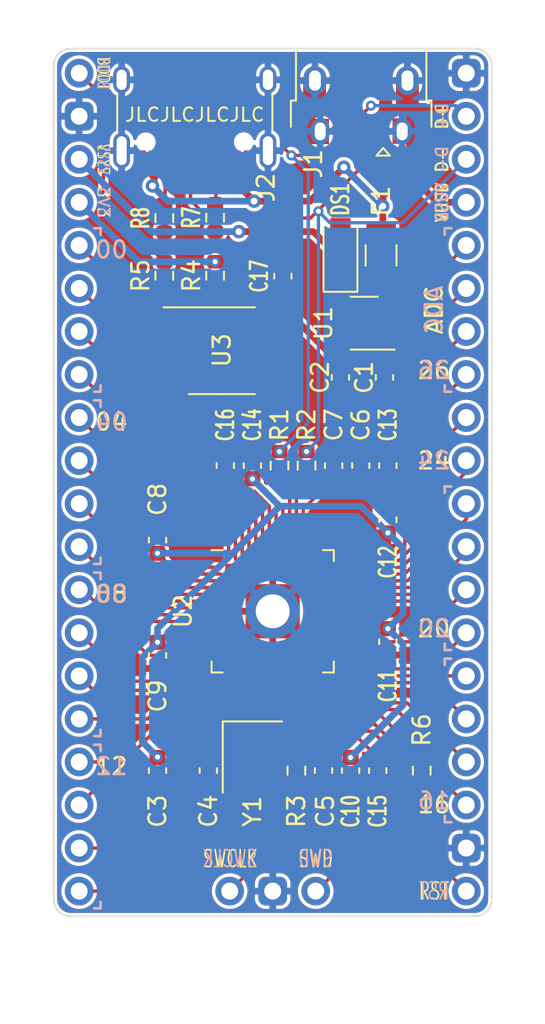
<source format=kicad_pcb>
(kicad_pcb (version 20211014) (generator pcbnew)
  (title_block (title "YUIOP2040") (date "2022-03-03") (rev "2") (company "KaoriYa"))
  (layers (0 "F.Cu" signal) (31 "B.Cu" signal) (34 "B.Paste" user) (35 "F.Paste" user) (36 "B.SilkS" user "B.Silkscreen") (37 "F.SilkS" user "F.Silkscreen") (38 "B.Mask" user) (39 "F.Mask" user) (44 "Edge.Cuts" user))
  (net 0 "")
  (net 1 "/VSYS")
  (net 2 "GND")
  (net 3 "+3V3")
  (net 4 "/XIN")
  (net 5 "Net-(C5-Pad2)")
  (net 6 "+1V1")
  (net 7 "Net-(DS1-Pad2)")
  (net 8 "/USB_VBUS")
  (net 9 "/USB_D-")
  (net 10 "/USB_D+")
  (net 12 "Net-(J2-PadA5)")
  (net 14 "Net-(J2-PadB5)")
  (net 16 "Net-(R1-Pad1)")
  (net 17 "Net-(R2-Pad1)")
  (net 18 "/XOUT")
  (net 19 "/QSPI_SS")
  (net 20 "/RUN")
  (net 22 "/GPIO0")
  (net 23 "/GPIO1")
  (net 24 "/GPIO2")
  (net 25 "/GPIO3")
  (net 26 "/GPIO4")
  (net 27 "/GPIO5")
  (net 28 "/GPIO6")
  (net 29 "/GPIO7")
  (net 30 "/GPIO8")
  (net 31 "/GPIO9")
  (net 32 "/GPIO10")
  (net 33 "/GPIO11")
  (net 34 "/GPIO12")
  (net 35 "/GPIO13")
  (net 36 "/GPIO14")
  (net 37 "/GPIO15")
  (net 38 "/SWCLK")
  (net 39 "/SWD")
  (net 40 "/GPIO16")
  (net 41 "/GPIO17")
  (net 42 "/GPIO18")
  (net 43 "/GPIO19")
  (net 44 "/GPIO20")
  (net 45 "/GPIO21")
  (net 46 "/GPIO22")
  (net 47 "/GPIO23")
  (net 48 "/GPIO24")
  (net 49 "/GPIO25")
  (net 50 "/GPIO26_ADC0")
  (net 51 "/GPIO27_ADC1")
  (net 52 "/GPIO28_ADC2")
  (net 53 "/GPIO29_ADC3")
  (net 54 "/QSPI_SD3")
  (net 55 "/QSPI_SCLK")
  (net 56 "/QSPI_SD0")
  (net 57 "/QSPI_SD2")
  (net 58 "/QSPI_SD1")
  (net 59 "/BOOTSEL")
  (net 60 "/RESET")
  (footprint "Resistor_SMD:R_0603_1608Metric" (layer "F.Cu") (at 141.4 98.2 90)
    (fp_text reference "R2")
    (fp_text value "27")
  )
  (footprint "RP2040_minimal:RP2040-QFN-56-r2" (layer "F.Cu") (at 139.4 106.8)
    (fp_text reference "U2")
    (fp_text value "RP2040")
  )
  (footprint "Connector_PinHeader_2.54mm:PinHeader_1x20_P2.54mm_Vertical" (layer "F.Cu") (at 150.83 123.31 180)
    (fp_text reference "J4" hide)
    (fp_text value "Conn_01x20")
  )
  (footprint "Capacitor_SMD:C_0603_1608Metric" (layer "F.Cu") (at 144 116.2 -90)
    (fp_text reference "C10")
    (fp_text value "100n")
  )
  (footprint "Capacitor_SMD:C_0603_1608Metric" (layer "F.Cu") (at 132.6 109.4 -90)
    (fp_text reference "C9")
    (fp_text value "100n")
  )
  (footprint "Capacitor_SMD:C_0603_1608Metric" (layer "F.Cu") (at 146.2 108.6 -90)
    (fp_text reference "C11")
    (fp_text value "100n")
  )
  (footprint "Resistor_SMD:R_0603_1608Metric" (layer "F.Cu") (at 139.8 98.2 90)
    (fp_text reference "R1")
    (fp_text value "27")
  )
  (footprint "Package_TO_SOT_SMD:SOT-23-5" (layer "F.Cu") (at 144.8 89.8 180)
    (fp_text reference "U1")
    (fp_text value "MIC5219-3.3YM5")
  )
  (footprint "Connector_PinHeader_2.54mm:PinHeader_1x03_P2.54mm_Vertical" (layer "F.Cu") (at 136.86 123.31 90)
    (fp_text reference "J5" hide)
    (fp_text value "Conn_01x03")
  )
  (footprint "Capacitor_SMD:C_0603_1608Metric" (layer "F.Cu") (at 135.6 116.2 90)
    (fp_text reference "C4")
    (fp_text value "10p")
  )
  (footprint "Diode_SMD:D_SOD-123" (layer "F.Cu") (at 143.4 85.7 90)
    (fp_text reference "DS1")
    (fp_text value "RB160M-30TR")
  )
  (footprint "Capacitor_SMD:C_0603_1608Metric" (layer "F.Cu") (at 145.6 116.2 -90)
    (fp_text reference "C15")
    (fp_text value "100n")
  )
  (footprint "Resistor_SMD:R_0603_1608Metric" (layer "F.Cu") (at 136 83.575 -90)
    (fp_text reference "R7")
    (fp_text value "5.1k")
  )
  (footprint "Capacitor_SMD:C_0603_1608Metric" (layer "F.Cu") (at 132.6 116.2 -90)
    (fp_text reference "C3")
    (fp_text value "10u")
  )
  (footprint "Crystal:Crystal_SMD_SeikoEpson_FA238V-4Pin_3.2x2.5mm" (layer "F.Cu") (at 138.2 115.4 -90)
    (fp_text reference "Y1")
    (fp_text value "FA238V 12.000000MHz 10.0 +50.0-50.0")
  )
  (footprint "Resistor_SMD:R_0603_1608Metric" (layer "F.Cu") (at 133 83.6 -90)
    (fp_text reference "R8")
    (fp_text value "5.1k")
  )
  (footprint "Capacitor_SMD:C_0603_1608Metric" (layer "F.Cu") (at 146.2 101.4 90)
    (fp_text reference "C12")
    (fp_text value "100n")
  )
  (footprint "Capacitor_SMD:C_0603_1608Metric" (layer "F.Cu") (at 146 93 -90)
    (fp_text reference "C1")
    (fp_text value "10u")
  )
  (footprint "Fuse:Fuse_1206_3216Metric" (layer "F.Cu") (at 145.8 85.8 -90)
    (fp_text reference "F1")
    (fp_text value "MF-NSMF050-2")
  )
  (footprint "Capacitor_SMD:C_0603_1608Metric" (layer "F.Cu") (at 143 98.2 90)
    (fp_text reference "C7")
    (fp_text value "1u")
  )
  (footprint "Capacitor_SMD:C_0603_1608Metric" (layer "F.Cu") (at 138.2 98.2 90)
    (fp_text reference "C14")
    (fp_text value "100n")
  )
  (footprint "Resistor_SMD:R_0603_1608Metric" (layer "F.Cu") (at 133 87 -90)
    (fp_text reference "R5")
    (fp_text value "1k")
  )
  (footprint "Capacitor_SMD:C_0603_1608Metric" (layer "F.Cu") (at 144.6 98.2 90)
    (fp_text reference "C6")
    (fp_text value "1u")
  )
  (footprint "Package_SO:SOIC-8_3.9x4.9mm_P1.27mm" (layer "F.Cu") (at 136.4 91.425)
    (fp_text reference "U3")
    (fp_text value "W25Q16JVSS")
  )
  (footprint "Capacitor_SMD:C_0603_1608Metric" (layer "F.Cu") (at 136.6 98.2 90)
    (fp_text reference "C16")
    (fp_text value "100n")
  )
  (footprint "Resistor_SMD:R_0603_1608Metric" (layer "F.Cu") (at 140.8 116.2 90)
    (fp_text reference "R3")
    (fp_text value "1k")
  )
  (footprint "Capacitor_SMD:C_0603_1608Metric" (layer "F.Cu") (at 146.2 98.2 90)
    (fp_text reference "C13")
    (fp_text value "100n")
  )
  (footprint "Connector_PinHeader_2.54mm:PinHeader_1x20_P2.54mm_Vertical" (layer "F.Cu") (at 127.97 75.05)
    (fp_text reference "J3" hide)
    (fp_text value "Conn_01x20")
  )
  (footprint "Capacitor_SMD:C_0603_1608Metric" (layer "F.Cu") (at 143.4 93 -90)
    (fp_text reference "C2")
    (fp_text value "10u")
  )
  (footprint "Capacitor_SMD:C_0603_1608Metric" (layer "F.Cu") (at 142.4 116.2 90)
    (fp_text reference "C5")
    (fp_text value "10p")
  )
  (footprint "Connector_USB:USB_Micro-B_Amphenol_10103594-0001LF_Horizontal" (layer "F.Cu") (at 144.6 76.6 180)
    (fp_text reference "J1")
    (fp_text value "USB_B_Micro")
  )
  (footprint "Connector_USB:USB_C_Receptacle_XKB_U262-16XN-4BVC11" (layer "F.Cu") (at 134.8 76.515 180)
    (fp_text reference "J2")
    (fp_text value "USB_C_Receptacle_USB2.0")
  )
  (footprint "Capacitor_SMD:C_0603_1608Metric" (layer "F.Cu") (at 132.6 102.6 90)
    (fp_text reference "C8")
    (fp_text value "100n")
  )
  (footprint "Capacitor_SMD:C_0603_1608Metric" (layer "F.Cu") (at 140 87.025 90)
    (fp_text reference "C17")
    (fp_text value "100n")
  )
  (footprint "Resistor_SMD:R_0603_1608Metric" (layer "F.Cu") (at 148.2 116.2 90)
    (fp_text reference "R6")
    (fp_text value "1k")
  )
  (footprint "Resistor_SMD:R_0603_1608Metric" (layer "F.Cu") (at 136 87 90)
    (fp_text reference "R4")
    (fp_text value "10k")
  )
  (gr_line (start 129.24 114.166) (end 129.24 113.785) (layer "B.SilkS") (width 0.15))
  (gr_line (start 128.859 93.846) (end 129.24 93.846) (layer "B.SilkS") (width 0.15))
  (gr_line (start 149.56 108.705) (end 149.56 109.086) (layer "B.SilkS") (width 0.15))
  (gr_line (start 129.24 115.055) (end 129.24 114.674) (layer "B.SilkS") (width 0.15))
  (gr_line (start 129.24 84.194) (end 128.859 84.194) (layer "B.SilkS") (width 0.15))
  (gr_line (start 129.24 94.735) (end 129.24 94.354) (layer "B.SilkS") (width 0.15))
  (gr_line (start 149.941 84.194) (end 149.56 84.194) (layer "B.SilkS") (width 0.15))
  (gr_line (start 129.24 104.006) (end 129.24 103.625) (layer "B.SilkS") (width 0.15))
  (gr_line (start 149.56 109.086) (end 149.941 109.086) (layer "B.SilkS") (width 0.15))
  (gr_line (start 149.56 93.846) (end 149.941 93.846) (layer "B.SilkS") (width 0.15))
  (gr_line (start 129.24 104.514) (end 128.859 104.514) (layer "B.SilkS") (width 0.15))
  (gr_line (start 129.24 84.575) (end 129.24 84.194) (layer "B.SilkS") (width 0.15))
  (gr_line (start 149.56 99.434) (end 149.56 99.815) (layer "B.SilkS") (width 0.15))
  (gr_line (start 129.24 94.354) (end 128.859 94.354) (layer "B.SilkS") (width 0.15))
  (gr_line (start 149.56 93.465) (end 149.56 93.846) (layer "B.SilkS") (width 0.15))
  (gr_line (start 149.941 99.434) (end 149.56 99.434) (layer "B.SilkS") (width 0.15))
  (gr_line (start 129.24 114.674) (end 128.859 114.674) (layer "B.SilkS") (width 0.15))
  (gr_line (start 128.859 104.006) (end 129.24 104.006) (layer "B.SilkS") (width 0.15))
  (gr_line (start 129.24 104.895) (end 129.24 104.514) (layer "B.SilkS") (width 0.15))
  (gr_line (start 129.24 93.846) (end 129.24 93.465) (layer "B.SilkS") (width 0.15))
  (gr_line (start 149.56 118.865) (end 149.56 119.246) (layer "B.SilkS") (width 0.15))
  (gr_line (start 149.56 119.246) (end 149.941 119.246) (layer "B.SilkS") (width 0.15))
  (gr_line (start 128.859 114.166) (end 129.24 114.166) (layer "B.SilkS") (width 0.15))
  (gr_line (start 128.859 124.326) (end 129.24 124.326) (layer "B.SilkS") (width 0.15))
  (gr_line (start 149.56 109.594) (end 149.56 109.975) (layer "B.SilkS") (width 0.15))
  (gr_line (start 149.56 84.194) (end 149.56 84.575) (layer "B.SilkS") (width 0.15))
  (gr_line (start 129.24 124.326) (end 129.24 123.945) (layer "B.SilkS") (width 0.15))
  (gr_line (start 149.941 109.594) (end 149.56 109.594) (layer "B.SilkS") (width 0.15))
  (gr_line (start 129.24 115.055) (end 129.24 114.674) (layer "F.SilkS") (width 0.15))
  (gr_line (start 149.56 84.194) (end 149.56 84.575) (layer "F.SilkS") (width 0.15))
  (gr_line (start 149.56 99.434) (end 149.56 99.815) (layer "F.SilkS") (width 0.15))
  (gr_line (start 128.859 114.166) (end 129.24 114.166) (layer "F.SilkS") (width 0.15))
  (gr_line (start 129.24 93.846) (end 129.24 93.465) (layer "F.SilkS") (width 0.15))
  (gr_line (start 149.941 99.434) (end 149.56 99.434) (layer "F.SilkS") (width 0.15))
  (gr_line (start 129.24 104.514) (end 128.859 104.514) (layer "F.SilkS") (width 0.15))
  (gr_line (start 129.24 124.326) (end 129.24 123.945) (layer "F.SilkS") (width 0.15))
  (gr_line (start 129.24 104.006) (end 129.24 103.625) (layer "F.SilkS") (width 0.15))
  (gr_line (start 129.24 94.735) (end 129.24 94.354) (layer "F.SilkS") (width 0.15))
  (gr_line (start 129.24 104.895) (end 129.24 104.514) (layer "F.SilkS") (width 0.15))
  (gr_line (start 129.24 94.354) (end 128.859 94.354) (layer "F.SilkS") (width 0.15))
  (gr_line (start 149.56 118.865) (end 149.56 119.246) (layer "F.SilkS") (width 0.15))
  (gr_line (start 128.859 93.846) (end 129.24 93.846) (layer "F.SilkS") (width 0.15))
  (gr_line (start 149.56 93.465) (end 149.56 93.846) (layer "F.SilkS") (width 0.15))
  (gr_line (start 149.941 109.594) (end 149.56 109.594) (layer "F.SilkS") (width 0.15))
  (gr_line (start 129.24 84.194) (end 128.859 84.194) (layer "F.SilkS") (width 0.15))
  (gr_line (start 149.56 93.846) (end 149.941 93.846) (layer "F.SilkS") (width 0.15))
  (gr_line (start 149.56 119.246) (end 149.941 119.246) (layer "F.SilkS") (width 0.15))
  (gr_line (start 129.24 114.674) (end 128.859 114.674) (layer "F.SilkS") (width 0.15))
  (gr_line (start 149.56 108.705) (end 149.56 109.086) (layer "F.SilkS") (width 0.15))
  (gr_line (start 149.941 84.194) (end 149.56 84.194) (layer "F.SilkS") (width 0.15))
  (gr_line (start 129.24 114.166) (end 129.24 113.785) (layer "F.SilkS") (width 0.15))
  (gr_line (start 128.859 104.006) (end 129.24 104.006) (layer "F.SilkS") (width 0.15))
  (gr_line (start 149.56 109.594) (end 149.56 109.975) (layer "F.SilkS") (width 0.15))
  (gr_line (start 129.24 84.575) (end 129.24 84.194) (layer "F.SilkS") (width 0.15))
  (gr_line (start 128.859 124.326) (end 129.24 124.326) (layer "F.SilkS") (width 0.15))
  (gr_line (start 149.56 109.086) (end 149.941 109.086) (layer "F.SilkS") (width 0.15))
  (gr_arc (start 127.470001 124.799999) (mid 126.762894 124.507106) (end 126.470001 123.799999) (layer "Edge.Cuts") (width 0.1))
  (gr_line (start 151.329999 124.799999) (end 127.470001 124.799999) (layer "Edge.Cuts") (width 0.1))
  (gr_arc (start 152.329999 123.799999) (mid 152.037106 124.507106) (end 151.329999 124.799999) (layer "Edge.Cuts") (width 0.1))
  (gr_arc (start 126.47 74.6) (mid 126.762893 73.892893) (end 127.47 73.6) (layer "Edge.Cuts") (width 0.1))
  (gr_arc (start 151.329999 73.600001) (mid 152.037106 73.892894) (end 152.329999 74.600001) (layer "Edge.Cuts") (width 0.1))
  (gr_line (start 152.329999 74.600001) (end 152.329999 123.799999) (layer "Edge.Cuts") (width 0.1))
  (gr_line (start 151.329999 73.600001) (end 127.47 73.6) (layer "Edge.Cuts") (width 0.1))
  (gr_line (start 126.47 74.6) (end 126.470001 123.799999) (layer "Edge.Cuts") (width 0.1))
  (gr_text "SWCLK" (at 136.86 121.405) (layer "B.SilkS") (effects (font (size 1 0.66) (thickness 0.1)) (justify mirror)))
  (gr_text "SWD" (at 141.94 121.405) (layer "B.SilkS") (effects (font (size 1 0.66) (thickness 0.1)) (justify mirror)))
  (gr_text "ADC" (at 148.925 89.02 90) (layer "B.SilkS") (effects (font (size 1 1)) (justify mirror)))
  (gr_text "3V3" (at 129.4 82.67 270) (layer "B.SilkS") (effects (font (size 0.7 0.66) (thickness 0.1)) (justify mirror)))
  (gr_text "BOOT" (at 129.4 75.05 270) (layer "B.SilkS") (effects (font (size 0.7 0.5) (thickness 0.075)) (justify mirror)))
  (gr_text "VSYS" (at 129.4 80.13 270) (layer "B.SilkS") (effects (font (size 0.7 0.5) (thickness 0.075)) (justify mirror)))
  (gr_text "24" (at 148.913823 97.91) (layer "B.SilkS") (effects (font (size 1 1)) (justify mirror)))
  (gr_text "RST" (at 148.925 123.31) (layer "B.SilkS") (effects (font (size 1 0.66) (thickness 0.1)) (justify mirror)))
  (gr_text "D-" (at 149.4 80.13 90) (layer "B.SilkS") (effects (font (size 0.7 0.7) (thickness 0.12)) (justify mirror)))
  (gr_text "D+" (at 149.4 77.59 90) (layer "B.SilkS") (effects (font (size 0.7 0.7) (thickness 0.12)) (justify mirror)))
  (gr_text "08" (at 129.875 105.784) (layer "B.SilkS") (effects (font (size 1 1)) (justify mirror)))
  (gr_text "04" (at 129.875 95.624) (layer "B.SilkS") (effects (font (size 1 1)) (justify mirror)))
  (gr_text "16" (at 148.925 117.976) (layer "B.SilkS") (effects (font (size 1 1)) (justify mirror)))
  (gr_text "20" (at 148.925 107.816) (layer "B.SilkS") (effects (font (size 1 1)) (justify mirror)))
  (gr_text "00" (at 129.875 85.464) (layer "B.SilkS") (effects (font (size 1 1)) (justify mirror)))
  (gr_text "26" (at 148.925 92.576) (layer "B.SilkS") (effects (font (size 1 1)) (justify mirror)))
  (gr_text "VUSB" (at 149.4 82.67 90) (layer "B.SilkS") (effects (font (size 0.7 0.6) (thickness 0.12)) (justify mirror)))
  (gr_text "12" (at 129.875 115.944) (layer "B.SilkS") (effects (font (size 1 1)) (justify mirror)))
  (gr_text "VSYS" (at 129.4 80.127964 270) (layer "F.SilkS") (effects (font (size 0.7 0.5) (thickness 0.075))))
  (gr_text "BOOT" (at 129.4 75.05 270) (layer "F.SilkS") (effects (font (size 0.7 0.5) (thickness 0.075))))
  (gr_text "VUSB" (at 149.4 82.67 90) (layer "F.SilkS") (effects (font (size 0.7 0.6) (thickness 0.12))))
  (gr_text "20" (at 148.925 107.816) (layer "F.SilkS") (effects (font (size 1 1))))
  (gr_text "24" (at 148.925 97.91) (layer "F.SilkS") (effects (font (size 1 1))))
  (gr_text "16" (at 148.925 118.2) (layer "F.SilkS") (effects (font (size 1 1))))
  (gr_text "JLCJLCJLCJLC" (at 134.8 77.5) (layer "F.SilkS") (effects (font (size 0.8 0.8) (thickness 0.12))))
  (gr_text "SWD" (at 141.94 121.405) (layer "F.SilkS") (effects (font (size 1 0.66) (thickness 0.1))))
  (gr_text "3V3" (at 129.4 82.67 270) (layer "F.SilkS") (effects (font (size 0.7 0.66) (thickness 0.1))))
  (gr_text "12" (at 129.875 115.944) (layer "F.SilkS") (effects (font (size 1 1))))
  (gr_text "00" (at 129.875 85.464) (layer "F.SilkS") (effects (font (size 1 1))))
  (gr_text "26" (at 148.925 92.576) (layer "F.SilkS") (effects (font (size 1 1))))
  (gr_text "D+" (at 149.4 77.59 90) (layer "F.SilkS") (effects (font (size 0.7 0.7) (thickness 0.12))))
  (gr_text "SWCLK" (at 136.9 121.405) (layer "F.SilkS") (effects (font (size 1 0.66) (thickness 0.1))))
  (gr_text "04" (at 129.875 95.624) (layer "F.SilkS") (effects (font (size 1 1))))
  (gr_text "D-" (at 149.4 80.13 90) (layer "F.SilkS") (effects (font (size 0.7 0.7) (thickness 0.12))))
  (gr_text "08" (at 129.875 105.784) (layer "F.SilkS") (effects (font (size 1 1))))
  (gr_text "RST" (at 148.925 123.31) (layer "F.SilkS") (effects (font (size 1 0.66) (thickness 0.1))))
  (gr_text "ADC" (at 148.925 89.02 90) (layer "F.SilkS") (effects (font (size 1 1))))
  (segment (start 143.4 86) (end 143.4 87.35) (width 0.4) (layer "F.Cu") (net 1))
  (segment (start 146.55 90.75) (end 145.9375 90.75) (width 0.4) (layer "F.Cu") (net 1))
  (segment (start 137.4 84.4) (end 141.8 84.4) (width 0.4) (layer "F.Cu") (net 1))
  (segment (start 143.702138 87.45) (end 143.4 87.45) (width 0.4) (layer "F.Cu") (net 1))
  (segment (start 146.2 91.0125) (end 146.2 92.225) (width 0.4) (layer "F.Cu") (net 1))
  (segment (start 145.102138 88.85) (end 143.702138 87.45) (width 0.4) (layer "F.Cu") (net 1))
  (segment (start 146.99952 90.30048) (end 146.55 90.75) (width 0.4) (layer "F.Cu") (net 1))
  (segment (start 146.45 88.85) (end 146.99952 89.39952) (width 0.4) (layer "F.Cu") (net 1))
  (segment (start 146.99952 89.39952) (end 146.99952 90.30048) (width 0.4) (layer "F.Cu") (net 1))
  (segment (start 145.9375 88.85) (end 146.45 88.85) (width 0.4) (layer "F.Cu") (net 1))
  (segment (start 145.9375 88.85) (end 145.102138 88.85) (width 0.4) (layer "F.Cu") (net 1))
  (segment (start 145.9375 90.75) (end 146.2 91.0125) (width 0.4) (layer "F.Cu") (net 1))
  (segment (start 141.8 84.4) (end 143.4 86) (width 0.4) (layer "F.Cu") (net 1))
  (via (at 137.4 84.4) (size 0.8) (drill 0.4) (layers "F.Cu" "B.Cu") (net 1))
  (segment (start 132.24 84.4) (end 127.97 80.13) (width 0.4) (layer "B.Cu") (net 1))
  (segment (start 137.4 84.4) (end 132.24 84.4) (width 0.4) (layer "B.Cu") (net 1))
  (segment (start 139.15 114.2) (end 139.15 114.7) (width 0.2) (layer "F.Cu") (net 2))
  (segment (start 143.395 75.485) (end 143.665 75.215) (width 0.4) (layer "F.Cu") (net 2))
  (segment (start 141.895 75.485) (end 143.395 75.485) (width 0.4) (layer "F.Cu") (net 2))
  (segment (start 145.585 75.215) (end 143.665 75.215) (width 0.4) (layer "F.Cu") (net 2))
  (segment (start 145.855 75.485) (end 145.585 75.215) (width 0.4) (layer "F.Cu") (net 2))
  (segment (start 147.355 75.485) (end 145.855 75.485) (width 0.4) (layer "F.Cu") (net 2))
  (segment (start 143.4 91.0125) (end 143.4 92.225) (width 0.4) (layer "F.Cu") (net 3))
  (segment (start 142.8375 107.8) (end 146.175 107.8) (width 0.2) (layer "F.Cu") (net 3))
  (segment (start 143.4 92.225) (end 143.525 92.225) (width 0.4) (layer "F.Cu") (net 3))
  (segment (start 133.425 104.2) (end 132.6 103.375) (width 0.2) (layer "F.Cu") (net 3))
  (segment (start 140.665486 114.67548) (end 140.449031 114.459025) (width 0.2) (layer "F.Cu") (net 3))
  (segment (start 144 115.425) (end 143.25048 114.67548) (width 0.2) (layer "F.Cu") (net 3))
  (segment (start 139.6 100.3875) (end 139.6 103.3625) (width 0.2) (layer "F.Cu") (net 3))
  (segment (start 140 88.825) (end 143.4 92.225) (width 0.4) (layer "F.Cu") (net 3))
  (segment (start 146.2 102.175) (end 146.2 102.039303) (width 0.2) (layer "F.Cu") (net 3))
  (segment (start 132.6 108.625) (end 133.425 107.8) (width 0.2) (layer "F.Cu") (net 3))
  (segment (start 138.875 89.52) (end 140.695 89.52) (width 0.4) (layer "F.Cu") (net 3))
  (segment (start 140.449031 114.459025) (end 140.449031 113.049031) (width 0.2) (layer "F.Cu") (net 3))
  (segment (start 138.375 86.175) (end 136 86.175) (width 0.4) (layer "F.Cu") (net 3))
  (segment (start 140 87.8) (end 138.375 86.175) (width 0.4) (layer "F.Cu") (net 3))
  (segment (start 144.8 93.5) (end 144.8 94.4) (width 0.4) (layer "F.Cu") (net 3))
  (segment (start 144.8 94.4) (end 147.1 96.7) (width 0.4) (layer "F.Cu") (net 3))
  (segment (start 133.425 107.8) (end 135.9625 107.8) (width 0.2) (layer "F.Cu") (net 3))
  (segment (start 138.2 98.9875) (end 139.6 100.3875) (width 0.2) (layer "F.Cu") (net 3))
  (segment (start 139.6 100.3875) (end 140 100.7875) (width 0.2) (layer "F.Cu") (net 3))
  (segment (start 139.6 112.2) (end 139.6 110.2375) (width 0.2) (layer "F.Cu") (net 3))
  (segment (start 143.6625 90.75) (end 143.4 91.0125) (width 0.4) (layer "F.Cu") (net 3))
  (segment (start 140.695 89.52) (end 143.4 92.225) (width 0.4) (layer "F.Cu") (net 3))
  (segment (start 146.175 107.8) (end 146.2 107.825) (width 0.2) (layer "F.Cu") (net 3))
  (segment (start 138.20625 98.99375) (end 138.2 98.9875) (width 0.2) (layer "F.Cu") (net 3))
  (segment (start 140.449031 113.049031) (end 139.6 112.2) (width 0.2) (layer "F.Cu") (net 3))
  (segment (start 147.1 96.7) (end 147.1 98.075) (width 0.4) (layer "F.Cu") (net 3))
  (segment (start 140 87.8) (end 140 88.825) (width 0.4) (layer "F.Cu") (net 3))
  (segment (start 140 103.3625) (end 140 100.7875) (width 0.2) (layer "F.Cu") (net 3))
  (segment (start 138.2 98.975) (end 138.2 98.9875) (width 0.2) (layer "F.Cu") (net 3))
  (segment (start 135.9625 104.2) (end 133.425 104.2) (width 0.2) (layer "F.Cu") (net 3))
  (segment (start 143.525 92.225) (end 144.8 93.5) (width 0.4) (layer "F.Cu") (net 3))
  (segment (start 147.1 98.075) (end 146.2 98.975) (width 0.4) (layer "F.Cu") (net 3))
  (segment (start 143.25048 114.67548) (end 140.665486 114.67548) (width 0.2) (layer "F.Cu") (net 3))
  (via (at 136 86.175) (size 0.6) (drill 0.3) (layers "F.Cu" "B.Cu") (net 3))
  (via (at 132.6 103.375) (size 0.6) (drill 0.3) (layers "F.Cu" "B.Cu") (net 3))
  (via (at 146.2 102.175) (size 0.6) (drill 0.3) (layers "F.Cu" "B.Cu") (net 3))
  (via (at 132.6 108.625) (size 0.6) (drill 0.3) (layers "F.Cu" "B.Cu") (net 3))
  (via (at 144 115.425) (size 0.6) (drill 0.3) (layers "F.Cu" "B.Cu") (net 3))
  (via (at 132.6 115.4) (size 0.6) (drill 0.3) (layers "F.Cu" "B.Cu") (net 3))
  (via (at 146.2 107.825) (size 0.6) (drill 0.3) (layers "F.Cu" "B.Cu") (net 3))
  (via (at 138.20625 98.99375) (size 0.6) (drill 0.3) (layers "F.Cu" "B.Cu") (net 3))
  (segment (start 137.20625 103.20625) (end 139.8125 100.6) (width 0.4) (layer "B.Cu") (net 3))
  (segment (start 147.1 112.325) (end 144 115.425) (width 0.4) (layer "B.Cu") (net 3))
  (segment (start 147.1 106.925) (end 146.2 107.825) (width 0.4) (layer "B.Cu") (net 3))
  (segment (start 139.8125 100.6) (end 138.20625 98.99375) (width 0.4) (layer "B.Cu") (net 3))
  (segment (start 132.6 107.8125) (end 137.20625 103.20625) (width 0.4) (layer "B.Cu") (net 3))
  (segment (start 147.1 104.6) (end 147.1 106.925) (width 0.4) (layer "B.Cu") (net 3))
  (segment (start 132.6 103.375) (end 137.0375 103.375) (width 0.4) (layer "B.Cu") (net 3))
  (segment (start 132.6 108.625) (end 132.6 107.8125) (width 0.4) (layer "B.Cu") (net 3))
  (segment (start 131.7 109.525) (end 131.7 114.5) (width 0.4) (layer "B.Cu") (net 3))
  (segment (start 137.0375 103.375) (end 137.20625 103.20625) (width 0.2) (layer "B.Cu") (net 3))
  (segment (start 144.1 100.6) (end 139.8125 100.6) (width 0.4) (layer "B.Cu") (net 3))
  (segment (start 131.7 114.5) (end 132.6 115.4) (width 0.4) (layer "B.Cu") (net 3))
  (segment (start 147.1 104.6) (end 147.1 103.075) (width 0.4) (layer "B.Cu") (net 3))
  (segment (start 132.6 108.625) (end 131.7 109.525) (width 0.4) (layer "B.Cu") (net 3))
  (segment (start 146.2 107.825) (end 147.1 108.725) (width 0.4) (layer "B.Cu") (net 3))
  (segment (start 131.475 86.175) (end 136 86.175) (width 0.4) (layer "B.Cu") (net 3))
  (segment (start 144.625 100.6) (end 146.2 102.175) (width 0.4) (layer "B.Cu") (net 3))
  (segment (start 147.1 103.075) (end 146.2 102.175) (width 0.4) (layer "B.Cu") (net 3))
  (segment (start 144.1 100.6) (end 144.625 100.6) (width 0.4) (layer "B.Cu") (net 3))
  (segment (start 127.97 82.67) (end 131.475 86.175) (width 0.4) (layer "B.Cu") (net 3))
  (segment (start 147.1 108.725) (end 147.1 112.325) (width 0.4) (layer "B.Cu") (net 3))
  (segment (start 138.8 112.65) (end 137.25 114.2) (width 0.2) (layer "F.Cu") (net 4))
  (segment (start 135.6 115.425) (end 136.025 115.425) (width 0.2) (layer "F.Cu") (net 4))
  (segment (start 136.025 115.425) (end 137.25 114.2) (width 0.2) (layer "F.Cu") (net 4))
  (segment (start 138.8 110.2375) (end 138.8 112.65) (width 0.2) (layer "F.Cu") (net 4))
  (segment (start 139.575 117.025) (end 140.8 117.025) (width 0.2) (layer "F.Cu") (net 5))
  (segment (start 139.15 116.6) (end 139.575 117.025) (width 0.2) (layer "F.Cu") (net 5))
  (segment (start 140.8 117.025) (end 142.4 115.425) (width 0.2) (layer "F.Cu") (net 5))
  (segment (start 140.87596 114.27596) (end 140.848551 114.248551) (width 0.2) (layer "F.Cu") (net 6))
  (segment (start 141.2 103.894295) (end 141.2 103.3625) (width 0.2) (layer "F.Cu") (net 6))
  (segment (start 141.2 109) (end 140.604727 109) (width 0.2) (layer "F.Cu") (net 6))
  (segment (start 140 112.034994) (end 140 110.2375) (width 0.2) (layer "F.Cu") (net 6))
  (segment (start 140.848551 112.883545) (end 140 112.034994) (width 0.2) (layer "F.Cu") (net 6))
  (segment (start 139.2 103.3625) (end 139.2 100.6) (width 0.2) (layer "F.Cu") (net 6))
  (segment (start 140.604727 109) (end 140 109.604727) (width 0.2) (layer "F.Cu") (net 6))
  (segment (start 141.6 105.4) (end 141.6 108.6) (width 0.2) (layer "F.Cu") (net 6))
  (segment (start 140.494295 104.6) (end 141.2 103.894295) (width 0.2) (layer "F.Cu") (net 6))
  (segment (start 139.2 103.894295) (end 139.905705 104.6) (width 0.2) (layer "F.Cu") (net 6))
  (segment (start 144.45096 114.27596) (end 140.87596 114.27596) (width 0.2) (layer "F.Cu") (net 6))
  (segment (start 139.2 103.3625) (end 139.2 103.894295) (width 0.2) (layer "F.Cu") (net 6))
  (segment (start 140.2 104.6) (end 140.8 104.6) (width 0.2) (layer "F.Cu") (net 6))
  (segment (start 137.34952 99.72452) (end 136.6 98.975) (width 0.2) (layer "F.Cu") (net 6))
  (segment (start 140.2 104.6) (end 140.494295 104.6) (width 0.2) (layer "F.Cu") (net 6))
  (segment (start 140.8 104.6) (end 141.6 105.4) (width 0.2) (layer "F.Cu") (net 6))
  (segment (start 141.2 100.775) (end 143 98.975) (width 0.2) (layer "F.Cu") (net 6))
  (segment (start 145.6 115.425) (end 144.45096 114.27596) (width 0.2) (layer "F.Cu") (net 6))
  (segment (start 139.905705 104.6) (end 140.2 104.6) (width 0.2) (layer "F.Cu") (net 6))
  (segment (start 141.2 103.3625) (end 141.2 100.775) (width 0.2) (layer "F.Cu") (net 6))
  (segment (start 139.2 100.6) (end 138.32452 99.72452) (width 0.2) (layer "F.Cu") (net 6))
  (segment (start 140 109.604727) (end 140 110.2375) (width 0.2) (layer "F.Cu") (net 6))
  (segment (start 140.848551 114.248551) (end 140.848551 112.883545) (width 0.2) (layer "F.Cu") (net 6))
  (segment (start 138.32452 99.72452) (end 137.34952 99.72452) (width 0.2) (layer "F.Cu") (net 6))
  (segment (start 141.6 108.6) (end 141.2 109) (width 0.2) (layer "F.Cu") (net 6))
  (segment (start 145.8 86.55) (end 143.4 84.15) (width 0.4) (layer "F.Cu") (net 7))
  (segment (start 145.8 87.2) (end 145.8 86.55) (width 0.4) (layer "F.Cu") (net 7))
  (segment (start 149.12 82.67) (end 145.925 79.475) (width 0.4) (layer "F.Cu") (net 8))
  (segment (start 132.4 81.2) (end 132.299511 81.099511) (width 0.4) (layer "F.Cu") (net 8))
  (segment (start 132.500489 81.099511) (end 132.500489 80.185) (width 0.4) (layer "F.Cu") (net 8))
  (segment (start 145.925 78.365) (end 145.925 79.475) (width 0.4) (layer "F.Cu") (net 8))
  (segment (start 132.4 81.6) (end 132.3 81.7) (width 0.4) (layer "F.Cu") (net 8))
  (segment (start 145.925 79.475) (end 145.925 82.875) (width 0.4) (layer "F.Cu") (net 8))
  (segment (start 132.4 81.2) (end 132.500489 81.099511) (width 0.4) (layer "F.Cu") (net 8))
  (segment (start 137.2 81.1) (end 137.300489 80.999511) (width 0.4) (layer "F.Cu") (net 8))
  (segment (start 149.12 82.67) (end 150.83 82.67) (width 0.4) (layer "F.Cu") (net 8))
  (segment (start 137.2 81.1) (end 137.2 81.5) (width 0.4) (layer "F.Cu") (net 8))
  (segment (start 145.9 82.9) (end 145.9 84.3) (width 0.4) (layer "F.Cu") (net 8))
  (segment (start 141.6 82.6) (end 143.6 80.6) (width 0.4) (layer "F.Cu") (net 8))
  (segment (start 137.2 81.5) (end 138.3 82.6) (width 0.4) (layer "F.Cu") (net 8))
  (segment (start 145.9 84.3) (end 145.8 84.4) (width 0.4) (layer "F.Cu") (net 8))
  (segment (start 137.300489 80.999511) (end 137.300489 80.185) (width 0.4) (layer "F.Cu") (net 8))
  (segment (start 137.2 81.1) (end 137.099511 80.999511) (width 0.4) (layer "F.Cu") (net 8))
  (segment (start 132.299511 81.099511) (end 132.299511 80.185) (width 0.4) (layer "F.Cu") (net 8))
  (segment (start 145.925 82.875) (end 145.9 82.9) (width 0.4) (layer "F.Cu") (net 8))
  (segment (start 132.4 81.3) (end 132.4 81.6) (width 0.4) (layer "F.Cu") (net 8))
  (segment (start 137.099511 80.999511) (end 137.099511 80.185) (width 0.4) (layer "F.Cu") (net 8))
  (segment (start 132.4 81.2) (end 132.4 81.3) (width 0.4) (layer "F.Cu") (net 8))
  (segment (start 138.3 82.6) (end 141.6 82.6) (width 0.4) (layer "F.Cu") (net 8))
  (via (at 132.3 81.7) (size 0.8) (drill 0.4) (layers "F.Cu" "B.Cu") (net 8))
  (via (at 143.6 80.6) (size 0.8) (drill 0.4) (layers "F.Cu" "B.Cu") (net 8))
  (via (at 145.9 82.9) (size 0.8) (drill 0.4) (layers "F.Cu" "B.Cu") (net 8))
  (via (at 138.3 82.6) (size 0.8) (drill 0.4) (layers "F.Cu" "B.Cu") (net 8))
  (segment (start 133.2 82.6) (end 138.3 82.6) (width 0.4) (layer "B.Cu") (net 8))
  (segment (start 132.3 81.7) (end 133.2 82.6) (width 0.4) (layer "B.Cu") (net 8))
  (segment (start 145.9 82.9) (end 143.6 80.6) (width 0.4) (layer "B.Cu") (net 8))
  (segment (start 134.55 82.55) (end 134.55 80.185) (width 0.2) (layer "F.Cu") (net 9))
  (segment (start 141.632502 83.6) (end 142.166251 83.066251) (width 0.2) (layer "F.Cu") (net 9))
  (segment (start 135.55 80.185) (end 135.55 81.009022) (width 0.2) (layer "F.Cu") (net 9))
  (segment (start 134.55 81.009022) (end 134.55 80.185) (width 0.2) (layer "F.Cu") (net 9))
  (segment (start 138.566783 83.6) (end 135.6 83.6) (width 0.2) (layer "F.Cu") (net 9))
  (segment (start 142.166251 83.066251) (end 145.275 79.957503) (width 0.2) (layer "F.Cu") (net 9))
  (segment (start 135.499511 81.059511) (end 134.600489 81.059511) (width 0.2) (layer "F.Cu") (net 9))
  (segment (start 145.275 79.957503) (end 145.275 78.365) (width 0.2) (layer "F.Cu") (net 9))
  (segment (start 142.1 83.132503) (end 142.166251 83.066251) (width 0.2) (layer "F.Cu") (net 9))
  (segment (start 142.1 83.2) (end 142.1 83.132503) (width 0.2) (layer "F.Cu") (net 9))
  (segment (start 135.6 83.6) (end 134.55 82.55) (width 0.2) (layer "F.Cu") (net 9))
  (segment (start 138.566783 83.6) (end 141.632502 83.6) (width 0.2) (layer "F.Cu") (net 9))
  (segment (start 135.55 81.009022) (end 135.499511 81.059511) (width 0.2) (layer "F.Cu") (net 9))
  (segment (start 134.600489 81.059511) (end 134.55 81.009022) (width 0.2) (layer "F.Cu") (net 9))
  (via (at 142.1 83.2) (size 0.6) (drill 0.3) (layers "F.Cu" "B.Cu") (net 9))
  (via (at 141.4 97.375) (size 0.6) (drill 0.3) (layers "F.Cu" "B.Cu") (net 9))
  (segment (start 147.085489 83.874511) (end 150.83 80.13) (width 0.2) (layer "B.Cu") (net 9))
  (segment (start 142.1 83.2) (end 142.1 96.675) (width 0.2) (layer "B.Cu") (net 9))
  (segment (start 142.1 96.675) (end 141.4 97.375) (width 0.2) (layer "B.Cu") (net 9))
  (segment (start 147.085489 83.874511) (end 142.774511 83.874511) (width 0.2) (layer "B.Cu") (net 9))
  (segment (start 142.1 83.2) (end 142.774511 83.874511) (width 0.2) (layer "B.Cu") (net 9))
  (segment (start 140.1 78.7) (end 139.5 78.1) (width 0.2) (layer "F.Cu") (net 10))
  (segment (start 144.625 79.339022) (end 144.625 78.365) (width 0.2) (layer "F.Cu") (net 10))
  (segment (start 140.1 79.5) (end 140.1 78.7) (width 0.2) (layer "F.Cu") (net 10))
  (segment (start 134.05 79.360978) (end 134.100489 79.310489) (width 0.2) (layer "F.Cu") (net 10))
  (segment (start 144.064022 79.9) (end 144.625 79.339022) (width 0.2) (layer "F.Cu") (net 10))
  (segment (start 140.5 79.9) (end 140.1 79.5) (width 0.2) (layer "F.Cu") (net 10))
  (segment (start 144.625 78.365) (end 144.625 77.539502) (width 0.2) (layer "F.Cu") (net 10))
  (segment (start 134.05 80.185) (end 134.05 79.360978) (width 0.2) (layer "F.Cu") (net 10))
  (segment (start 135.05 79.35) (end 135.05 80.185) (width 0.2) (layer "F.Cu") (net 10))
  (segment (start 136.220978 78.1) (end 135.010489 79.310489) (width 0.2) (layer "F.Cu") (net 10))
  (segment (start 134.100489 79.310489) (end 135.010489 79.310489) (width 0.2) (layer "F.Cu") (net 10))
  (segment (start 135.010489 79.310489) (end 135.05 79.35) (width 0.2) (layer "F.Cu") (net 10))
  (segment (start 144.625 77.539502) (end 145.2 76.964502) (width 0.2) (layer "F.Cu") (net 10))
  (segment (start 140.5 79.9) (end 144.064022 79.9) (width 0.2) (layer "F.Cu") (net 10))
  (segment (start 139.5 78.1) (end 136.220978 78.1) (width 0.2) (layer "F.Cu") (net 10))
  (via (at 140.5 79.9) (size 0.6) (drill 0.3) (layers "F.Cu" "B.Cu") (net 10))
  (via (at 145.2 76.964502) (size 0.6) (drill 0.3) (layers "F.Cu" "B.Cu") (net 10))
  (via (at 139.8 97.375) (size 0.6) (drill 0.3) (layers "F.Cu" "B.Cu") (net 10))
  (segment (start 141.5 95.675) (end 139.8 97.375) (width 0.2) (layer "B.Cu") (net 10))
  (segment (start 150.204502 76.964502) (end 150.83 77.59) (width 0.2) (layer "B.Cu") (net 10))
  (segment (start 145.2 76.964502) (end 150.204502 76.964502) (width 0.2) (layer "B.Cu") (net 10))
  (segment (start 141.5 80.9) (end 141.5 95.675) (width 0.2) (layer "B.Cu") (net 10))
  (segment (start 140.5 79.9) (end 141.5 80.9) (width 0.2) (layer "B.Cu") (net 10))
  (segment (start 136.05 82.7) (end 136.05 80.185) (width 0.2) (layer "F.Cu") (net 12))
  (segment (start 136 82.75) (end 136.05 82.7) (width 0.2) (layer "F.Cu") (net 12))
  (segment (start 133.05 82.725) (end 133.05 80.185) (width 0.2) (layer "F.Cu") (net 14))
  (segment (start 133 82.775) (end 133.05 82.725) (width 0.2) (layer "F.Cu") (net 14))
  (segment (start 140.4 103.3625) (end 140.4 99.625) (width 0.2) (layer "F.Cu") (net 16))
  (segment (start 140.4 99.625) (end 139.8 99.025) (width 0.2) (layer "F.Cu") (net 16))
  (segment (start 140.8 103.3625) (end 140.8 99.625) (width 0.2) (layer "F.Cu") (net 17))
  (segment (start 140.8 99.625) (end 141.4 99.025) (width 0.2) (layer "F.Cu") (net 17))
  (segment (start 140.049511 113.214517) (end 139.2 112.365006) (width 0.2) (layer "F.Cu") (net 18))
  (segment (start 140.8 115.375) (end 140.049511 114.624511) (width 0.2) (layer "F.Cu") (net 18))
  (segment (start 140.049511 114.624511) (end 140.049511 113.214517) (width 0.2) (layer "F.Cu") (net 18))
  (segment (start 139.2 112.365006) (end 139.2 112) (width 0.2) (layer "F.Cu") (net 18))
  (segment (start 139.2 112) (end 139.2 110.2375) (width 0.2) (layer "F.Cu") (net 18))
  (segment (start 133.000961 100.095979) (end 132.995979 100.095979) (width 0.2) (layer "F.Cu") (net 19))
  (segment (start 133.18 89.52) (end 133.925 89.52) (width 0.2) (layer "F.Cu") (net 19))
  (segment (start 134.88 89.52) (end 136 88.4) (width 0.2) (layer "F.Cu") (net 19))
  (segment (start 135.026621 102.121639) (end 133.000961 100.095979) (width 0.2) (layer "F.Cu") (net 19))
  (segment (start 131.851442 90.848558) (end 133.18 89.52) (width 0.2) (layer "F.Cu") (net 19))
  (segment (start 136.8 102.12164) (end 135.026621 102.121639) (width 0.2) (layer "F.Cu") (net 19))
  (segment (start 131.851442 94.016448) (end 131.851442 90.848558) (width 0.2) (layer "F.Cu") (net 19))
  (segment (start 132.60096 99.70096) (end 132.60096 94.765966) (width 0.2) (layer "F.Cu") (net 19))
  (segment (start 133 87.825) (end 136 87.825) (width 0.2) (layer "F.Cu") (net 19))
  (segment (start 136 88.4) (end 136 87.825) (width 0.2) (layer "F.Cu") (net 19))
  (segment (start 132.60096 94.765966) (end 131.851442 94.016448) (width 0.2) (layer "F.Cu") (net 19))
  (segment (start 132.995979 100.095979) (end 132.60096 99.70096) (width 0.2) (layer "F.Cu") (net 19))
  (segment (start 133.925 89.52) (end 134.88 89.52) (width 0.2) (layer "F.Cu") (net 19))
  (segment (start 136.8 103.3625) (end 136.8 102.12164) (width 0.2) (layer "F.Cu") (net 19))
  (segment (start 142.659064 112.99904) (end 145.82404 112.99904) (width 0.2) (layer "F.Cu") (net 20))
  (segment (start 145.82404 112.99904) (end 148.2 115.375) (width 0.2) (layer "F.Cu") (net 20))
  (segment (start 141.2 110.2375) (end 141.2 111.539976) (width 0.2) (layer "F.Cu") (net 20))
  (segment (start 141.2 111.539976) (end 142.659064 112.99904) (width 0.2) (layer "F.Cu") (net 20))
  (segment (start 135.9625 104.6) (end 132.608217 104.6) (width 0.2) (layer "F.Cu") (net 22))
  (segment (start 130.9 94.695018) (end 130.9 88.14) (width 0.2) (layer "F.Cu") (net 22))
  (segment (start 132.608217 104.6) (end 131.8 103.791783) (width 0.2) (layer "F.Cu") (net 22))
  (segment (start 131.8 103.791783) (end 131.8 95.595018) (width 0.2) (layer "F.Cu") (net 22))
  (segment (start 130.9 88.14) (end 127.97 85.21) (width 0.2) (layer "F.Cu") (net 22))
  (segment (start 131.8 95.595018) (end 130.9 94.695018) (width 0.2) (layer "F.Cu") (net 22))
  (segment (start 130.5 94.860024) (end 131.4 95.760024) (width 0.2) (layer "F.Cu") (net 23))
  (segment (start 130.5 90.28) (end 130.5 94.860024) (width 0.2) (layer "F.Cu") (net 23))
  (segment (start 131.4 103.956789) (end 132.443211 105) (width 0.2) (layer "F.Cu") (net 23))
  (segment (start 127.97 87.75) (end 130.5 90.28) (width 0.2) (layer "F.Cu") (net 23))
  (segment (start 131.4 95.760024) (end 131.4 103.956789) (width 0.2) (layer "F.Cu") (net 23))
  (segment (start 132.443211 105) (end 135.9625 105) (width 0.2) (layer "F.Cu") (net 23))
  (segment (start 130.10048 95.02551) (end 131.00048 95.92551) (width 0.2) (layer "F.Cu") (net 24))
  (segment (start 127.97 90.29) (end 130.10048 92.42048) (width 0.2) (layer "F.Cu") (net 24))
  (segment (start 131.00048 95.92551) (end 131.00048 104.122275) (width 0.2) (layer "F.Cu") (net 24))
  (segment (start 132.278205 105.4) (end 135.9625 105.4) (width 0.2) (layer "F.Cu") (net 24))
  (segment (start 131.00048 104.122275) (end 132.278205 105.4) (width 0.2) (layer "F.Cu") (net 24))
  (segment (start 130.10048 92.42048) (end 130.10048 95.02551) (width 0.2) (layer "F.Cu") (net 24))
  (segment (start 127.97 92.83) (end 128.03 92.83) (width 0.2) (layer "F.Cu") (net 25))
  (segment (start 129.700961 95.190997) (end 130.600961 96.090997) (width 0.2) (layer "F.Cu") (net 25))
  (segment (start 130.600961 96.090997) (end 130.600961 104.287762) (width 0.2) (layer "F.Cu") (net 25))
  (segment (start 128.03 92.83) (end 129.70096 94.50096) (width 0.2) (layer "F.Cu") (net 25))
  (segment (start 130.600961 104.287762) (end 132.113199 105.8) (width 0.2) (layer "F.Cu") (net 25))
  (segment (start 129.70096 94.50096) (end 129.700961 95.190997) (width 0.2) (layer "F.Cu") (net 25))
  (segment (start 132.113199 105.8) (end 135.9625 105.8) (width 0.2) (layer "F.Cu") (net 25))
  (segment (start 131.948193 106.2) (end 135.9625 106.2) (width 0.2) (layer "F.Cu") (net 26))
  (segment (start 130.20144 97.60144) (end 130.201442 104.453249) (width 0.2) (layer "F.Cu") (net 26))
  (segment (start 127.97 95.37) (end 130.20144 97.60144) (width 0.2) (layer "F.Cu") (net 26))
  (segment (start 130.201442 104.453249) (end 131.948193 106.2) (width 0.2) (layer "F.Cu") (net 26))
  (segment (start 131.783187 106.6) (end 135.9625 106.6) (width 0.2) (layer "F.Cu") (net 27))
  (segment (start 129.801921 99.741921) (end 129.801921 104.618734) (width 0.2) (layer "F.Cu") (net 27))
  (segment (start 127.97 97.91) (end 129.801921 99.741921) (width 0.2) (layer "F.Cu") (net 27))
  (segment (start 129.801921 104.618734) (end 131.783187 106.6) (width 0.2) (layer "F.Cu") (net 27))
  (segment (start 127.97 100.45) (end 129.402401 101.882401) (width 0.2) (layer "F.Cu") (net 28))
  (segment (start 129.402401 104.78422) (end 131.618181 107) (width 0.2) (layer "F.Cu") (net 28))
  (segment (start 131.618181 107) (end 135.9625 107) (width 0.2) (layer "F.Cu") (net 28))
  (segment (start 129.402401 101.882401) (end 129.402401 104.78422) (width 0.2) (layer "F.Cu") (net 28))
  (segment (start 129.002881 104.949706) (end 131.453175 107.4) (width 0.2) (layer "F.Cu") (net 29))
  (segment (start 127.97 102.99) (end 129.002881 104.022881) (width 0.2) (layer "F.Cu") (net 29))
  (segment (start 129.002881 104.022881) (end 129.002881 104.949706) (width 0.2) (layer "F.Cu") (net 29))
  (segment (start 131.453175 107.4) (end 135.9625 107.4) (width 0.2) (layer "F.Cu") (net 29))
  (segment (start 133.6 108.2) (end 135.9625 108.2) (width 0.2) (layer "F.Cu") (net 30))
  (segment (start 133.4 109.120892) (end 133.4 108.4) (width 0.2) (layer "F.Cu") (net 30))
  (segment (start 128.177838 105.53) (end 132.047838 109.4) (width 0.2) (layer "F.Cu") (net 30))
  (segment (start 133.120892 109.4) (end 133.4 109.120892) (width 0.2) (layer "F.Cu") (net 30))
  (segment (start 127.97 105.53) (end 128.177838 105.53) (width 0.2) (layer "F.Cu") (net 30))
  (segment (start 133.4 108.4) (end 133.6 108.2) (width 0.2) (layer "F.Cu") (net 30))
  (segment (start 132.047838 109.4) (end 133.120892 109.4) (width 0.2) (layer "F.Cu") (net 30))
  (segment (start 130.82452 110.92452) (end 133.067263 110.92452) (width 0.2) (layer "F.Cu") (net 31))
  (segment (start 134 108.6) (end 133.80048 108.79952) (width 0.2) (layer "F.Cu") (net 31))
  (segment (start 133.80048 108.79952) (end 133.80048 109.59952) (width 0.2) (layer "F.Cu") (net 31))
  (segment (start 133.067263 110.92452) (end 133.80048 110.191303) (width 0.2) (layer "F.Cu") (net 31))
  (segment (start 127.97 108.07) (end 130.82452 110.92452) (width 0.2) (layer "F.Cu") (net 31))
  (segment (start 135.9625 108.6) (end 134 108.6) (width 0.2) (layer "F.Cu") (net 31))
  (segment (start 133.80048 110.191303) (end 133.80048 109.59952) (width 0.2) (layer "F.Cu") (net 31))
  (segment (start 134.5 109) (end 134.199999 109.300001) (width 0.2) (layer "F.Cu") (net 32))
  (segment (start 128.82 111.46) (end 133.139998 111.46) (width 0.2) (layer "F.Cu") (net 32))
  (segment (start 127.97 110.61) (end 128.82 111.46) (width 0.2) (layer "F.Cu") (net 32))
  (segment (start 134.199999 110.399999) (end 134.199999 109.300001) (width 0.2) (layer "F.Cu") (net 32))
  (segment (start 135.9625 109) (end 134.5 109) (width 0.2) (layer "F.Cu") (net 32))
  (segment (start 133.139998 111.46) (end 134.199999 110.399999) (width 0.2) (layer "F.Cu") (net 32))
  (segment (start 132.015004 113.15) (end 134.59952 110.565484) (width 0.2) (layer "F.Cu") (net 33))
  (segment (start 134.7 109.4) (end 134.59952 109.50048) (width 0.2) (layer "F.Cu") (net 33))
  (segment (start 134.59952 110.565484) (end 134.59952 109.50048) (width 0.2) (layer "F.Cu") (net 33))
  (segment (start 135.9625 109.4) (end 134.7 109.4) (width 0.2) (layer "F.Cu") (net 33))
  (segment (start 127.97 113.15) (end 132.015004 113.15) (width 0.2) (layer "F.Cu") (net 33))
  (segment (start 136.8 112) (end 134.3 112) (width 0.2) (layer "F.Cu") (net 34))
  (segment (start 130.59 115.69) (end 127.97 115.69) (width 0.2) (layer "F.Cu") (net 34))
  (segment (start 134.3 112) (end 130.6 115.7) (width 0.2) (layer "F.Cu") (net 34))
  (segment (start 136.8 110.2375) (end 136.8 112) (width 0.2) (layer "F.Cu") (net 34))
  (segment (start 130.6 115.7) (end 130.59 115.69) (width 0.2) (layer "F.Cu") (net 34))
  (segment (start 130 116.2) (end 127.97 118.23) (width 0.2) (layer "F.Cu") (net 35))
  (segment (start 135.934994 112.4) (end 134.00096 114.334034) (width 0.2) (layer "F.Cu") (net 35))
  (segment (start 134.00096 115.39904) (end 133.2 116.2) (width 0.2) (layer "F.Cu") (net 35))
  (segment (start 134.00096 114.334034) (end 134.00096 115.39904) (width 0.2) (layer "F.Cu") (net 35))
  (segment (start 137.2 110.2375) (end 137.2 112.4) (width 0.2) (layer "F.Cu") (net 35))
  (segment (start 137.2 112.4) (end 135.934994 112.4) (width 0.2) (layer "F.Cu") (net 35))
  (segment (start 133.2 116.2) (end 130 116.2) (width 0.2) (layer "F.Cu") (net 35))
  (segment (start 134.40048 116.89952) (end 134.40048 114.49952) (width 0.2) (layer "F.Cu") (net 36))
  (segment (start 130.53 120.77) (end 134.40048 116.89952) (width 0.2) (layer "F.Cu") (net 36))
  (segment (start 137.6 110.2375) (end 137.6 112.7) (width 0.2) (layer "F.Cu") (net 36))
  (segment (start 127.97 120.77) (end 130.53 120.77) (width 0.2) (layer "F.Cu") (net 36))
  (segment (start 136.1 112.8) (end 137.5 112.8) (width 0.2) (layer "F.Cu") (net 36))
  (segment (start 137.6 112.7) (end 137.5 112.8) (width 0.2) (layer "F.Cu") (net 36))
  (segment (start 134.40048 114.49952) (end 136.1 112.8) (width 0.2) (layer "F.Cu") (net 36))
  (segment (start 134.8 114.750978) (end 134.8 119.7) (width 0.2) (layer "F.Cu") (net 37))
  (segment (start 138 112.884994) (end 137.684994 113.2) (width 0.2) (layer "F.Cu") (net 37))
  (segment (start 138 110.2375) (end 138 112.884994) (width 0.2) (layer "F.Cu") (net 37))
  (segment (start 136.350978 113.2) (end 134.8 114.750978) (width 0.2) (layer "F.Cu") (net 37))
  (segment (start 137.684994 113.2) (end 136.350978 113.2) (width 0.2) (layer "F.Cu") (net 37))
  (segment (start 131.19 123.31) (end 127.97 123.31) (width 0.2) (layer "F.Cu") (net 37))
  (segment (start 134.8 119.7) (end 131.19 123.31) (width 0.2) (layer "F.Cu") (net 37))
  (segment (start 146.4 115) (end 146.4 118.2) (width 0.2) (layer "F.Cu") (net 38))
  (segment (start 146.4 118.2) (end 143.4 121.2) (width 0.2) (layer "F.Cu") (net 38))
  (segment (start 140.4 111.869988) (end 142.406452 113.87644) (width 0.2) (layer "F.Cu") (net 38))
  (segment (start 138.97 121.2) (end 136.86 123.31) (width 0.2) (layer "F.Cu") (net 38))
  (segment (start 140.4 110.2375) (end 140.4 111.869988) (width 0.2) (layer "F.Cu") (net 38))
  (segment (start 142.406452 113.87644) (end 145.27644 113.87644) (width 0.2) (layer "F.Cu") (net 38))
  (segment (start 145.27644 113.87644) (end 146.4 115) (width 0.2) (layer "F.Cu") (net 38))
  (segment (start 143.4 121.2) (end 138.97 121.2) (width 0.2) (layer "F.Cu") (net 38))
  (segment (start 142.571938 113.47692) (end 145.441927 113.476921) (width 0.2) (layer "F.Cu") (net 39))
  (segment (start 146.8 114.834994) (end 146.8 118.5) (width 0.2) (layer "F.Cu") (net 39))
  (segment (start 140.8 111.704982) (end 142.571938 113.47692) (width 0.2) (layer "F.Cu") (net 39))
  (segment (start 146.8 118.5) (end 141.99 123.31) (width 0.2) (layer "F.Cu") (net 39))
  (segment (start 145.441927 113.476921) (end 146.8 114.834994) (width 0.2) (layer "F.Cu") (net 39))
  (segment (start 140.8 110.2375) (end 140.8 111.704982) (width 0.2) (layer "F.Cu") (net 39))
  (segment (start 141.99 123.31) (end 141.94 123.31) (width 0.2) (layer "F.Cu") (net 39))
  (segment (start 146.69952 112.59952) (end 149.6 115.5) (width 0.2) (layer "F.Cu") (net 40))
  (segment (start 141.6 111.37497) (end 142.82455 112.59952) (width 0.2) (layer "F.Cu") (net 40))
  (segment (start 142.82455 112.59952) (end 146.69952 112.59952) (width 0.2) (layer "F.Cu") (net 40))
  (segment (start 141.6 110.2375) (end 141.6 111.37497) (width 0.2) (layer "F.Cu") (net 40))
  (segment (start 149.6 115.5) (end 149.6 117) (width 0.2) (layer "F.Cu") (net 40))
  (segment (start 149.6 117) (end 150.83 118.23) (width 0.2) (layer "F.Cu") (net 40))
  (segment (start 147.34 112.2) (end 150.83 115.69) (width 0.2) (layer "F.Cu") (net 41))
  (segment (start 142.990036 112.2) (end 147.34 112.2) (width 0.2) (layer "F.Cu") (net 41))
  (segment (start 142 110.2375) (end 142 111.209964) (width 0.2) (layer "F.Cu") (net 41))
  (segment (start 142 111.209964) (end 142.990036 112.2) (width 0.2) (layer "F.Cu") (net 41))
  (segment (start 148.68952 111.00952) (end 150.83 113.15) (width 0.2) (layer "F.Cu") (net 42))
  (segment (start 142.8375 109.4) (end 144.468457 109.4) (width 0.2) (layer "F.Cu") (net 42))
  (segment (start 145.487725 111.00952) (end 148.68952 111.00952) (width 0.2) (layer "F.Cu") (net 42))
  (segment (start 144.468457 109.4) (end 144.468459 109.990254) (width 0.2) (layer "F.Cu") (net 42))
  (segment (start 144.468459 109.990254) (end 145.487725 111.00952) (width 0.2) (layer "F.Cu") (net 42))
  (segment (start 144.867978 109.824767) (end 145.653211 110.61) (width 0.2) (layer "F.Cu") (net 43))
  (segment (start 145.653211 110.61) (end 150.83 110.61) (width 0.2) (layer "F.Cu") (net 43))
  (segment (start 142.8375 109) (end 144.867977 109) (width 0.2) (layer "F.Cu") (net 43))
  (segment (start 144.867977 109) (end 144.867978 109.824767) (width 0.2) (layer "F.Cu") (net 43))
  (segment (start 142.8375 108.6) (end 145.034994 108.6) (width 0.2) (layer "F.Cu") (net 44))
  (segment (start 145.034994 108.6) (end 145.267497 108.832503) (width 0.2) (layer "F.Cu") (net 44))
  (segment (start 145.267497 109.65928) (end 145.808217 110.2) (width 0.2) (layer "F.Cu") (net 44))
  (segment (start 145.267497 108.832503) (end 145.267497 109.65928) (width 0.2) (layer "F.Cu") (net 44))
  (segment (start 148.7 110.2) (end 150.83 108.07) (width 0.2) (layer "F.Cu") (net 44))
  (segment (start 145.808217 110.2) (end 148.7 110.2) (width 0.2) (layer "F.Cu") (net 44))
  (segment (start 145.6 108.6) (end 147.76 108.6) (width 0.2) (layer "F.Cu") (net 45))
  (segment (start 145.2 108.2) (end 145.6 108.6) (width 0.2) (layer "F.Cu") (net 45))
  (segment (start 142.8375 108.2) (end 145.2 108.2) (width 0.2) (layer "F.Cu") (net 45))
  (segment (start 147.76 108.6) (end 150.83 105.53) (width 0.2) (layer "F.Cu") (net 45))
  (segment (start 147.930973 106.199039) (end 150.83 103.300012) (width 0.2) (layer "F.Cu") (net 46))
  (segment (start 150.83 103.300012) (end 150.83 102.99) (width 0.2) (layer "F.Cu") (net 46))
  (segment (start 145.35 107.4) (end 146.550961 106.199039) (width 0.2) (layer "F.Cu") (net 46))
  (segment (start 142.8375 107.4) (end 145.35 107.4) (width 0.2) (layer "F.Cu") (net 46))
  (segment (start 146.550961 106.199039) (end 147.930973 106.199039) (width 0.2) (layer "F.Cu") (net 46))
  (segment (start 145.184994 107) (end 146.385475 105.799519) (width 0.2) (layer "F.Cu") (net 47))
  (segment (start 150.83 101.364345) (end 150.83 100.45) (width 0.2) (layer "F.Cu") (net 47))
  (segment (start 142.8375 107) (end 145.184994 107) (width 0.2) (layer "F.Cu") (net 47))
  (segment (start 146.385475 105.799519) (end 147.765487 105.799519) (width 0.2) (layer "F.Cu") (net 47))
  (segment (start 147.765487 105.799519) (end 149.6 103.965006) (width 0.2) (layer "F.Cu") (net 47))
  (segment (start 149.6 103.965006) (end 149.6 102.594345) (width 0.2) (layer "F.Cu") (net 47))
  (segment (start 149.6 102.594345) (end 150.83 101.364345) (width 0.2) (layer "F.Cu") (net 47))
  (segment (start 149.200481 102.428858) (end 149.680489 101.94885) (width 0.2) (layer "F.Cu") (net 48))
  (segment (start 146.219988 105.4) (end 147.6 105.4) (width 0.2) (layer "F.Cu") (net 48))
  (segment (start 149.680489 101.94885) (end 149.680489 99.719511) (width 0.2) (layer "F.Cu") (net 48))
  (segment (start 142.8375 106.6) (end 145.019988 106.6) (width 0.2) (layer "F.Cu") (net 48))
  (segment (start 145.019988 106.6) (end 146.219988 105.4) (width 0.2) (layer "F.Cu") (net 48))
  (segment (start 149.20048 103.79952) (end 149.200481 102.428858) (width 0.2) (layer "F.Cu") (net 48))
  (segment (start 147.6 105.4) (end 149.20048 103.79952) (width 0.2) (layer "F.Cu") (net 48))
  (segment (start 150.83 98.57) (end 150.83 97.91) (width 0.2) (layer "F.Cu") (net 48))
  (segment (start 149.680489 99.719511) (end 150.83 98.57) (width 0.2) (layer "F.Cu") (net 48))
  (segment (start 149.6 99.234994) (end 149.6 96.6) (width 0.2) (layer "F.Cu") (net 49))
  (segment (start 149.28097 101.783363) (end 149.28097 99.554024) (width 0.2) (layer "F.Cu") (net 49))
  (segment (start 149.28097 99.554024) (end 149.6 99.234994) (width 0.2) (layer "F.Cu") (net 49))
  (segment (start 148.800962 102.263371) (end 149.28097 101.783363) (width 0.2) (layer "F.Cu") (net 49))
  (segment (start 147.365487 104.999519) (end 148.80096 103.564046) (width 0.2) (layer "F.Cu") (net 49))
  (segment (start 146.055463 104.999519) (end 147.365487 104.999519) (width 0.2) (layer "F.Cu") (net 49))
  (segment (start 144.854982 106.2) (end 146.055463 104.999519) (width 0.2) (layer "F.Cu") (net 49))
  (segment (start 148.80096 103.564046) (end 148.800962 102.263371) (width 0.2) (layer "F.Cu") (net 49))
  (segment (start 149.6 96.6) (end 150.83 95.37) (width 0.2) (layer "F.Cu") (net 49))
  (segment (start 142.8375 106.2) (end 144.854982 106.2) (width 0.2) (layer "F.Cu") (net 49))
  (segment (start 149.20048 99.069508) (end 148.881449 99.388539) (width 0.2) (layer "F.Cu") (net 50))
  (segment (start 150.83 92.83) (end 149.20048 94.45952) (width 0.2) (layer "F.Cu") (net 50))
  (segment (start 145.889977 104.599999) (end 144.689976 105.8) (width 0.2) (layer "F.Cu") (net 50))
  (segment (start 149.20048 94.45952) (end 149.20048 99.069508) (width 0.2) (layer "F.Cu") (net 50))
  (segment (start 148.40144 103.39856) (end 147.2 104.6) (width 0.2) (layer "F.Cu") (net 50))
  (segment (start 148.881449 99.388539) (end 148.881449 101.617878) (width 0.2) (layer "F.Cu") (net 50))
  (segment (start 148.881449 101.617878) (end 148.40144 102.097887) (width 0.2) (layer "F.Cu") (net 50))
  (segment (start 148.40144 102.097887) (end 148.40144 103.39856) (width 0.2) (layer "F.Cu") (net 50))
  (segment (start 147.2 104.6) (end 145.889977 104.599999) (width 0.2) (layer "F.Cu") (net 50))
  (segment (start 144.689976 105.8) (end 142.8375 105.8) (width 0.2) (layer "F.Cu") (net 50))
  (segment (start 148.00192 103.228092) (end 147.030012 104.2) (width 0.2) (layer "F.Cu") (net 51))
  (segment (start 144.52497 105.4) (end 142.8375 105.4) (width 0.2) (layer "F.Cu") (net 51))
  (segment (start 145.72497 104.2) (end 144.52497 105.4) (width 0.2) (layer "F.Cu") (net 51))
  (segment (start 148.8 92.32) (end 148.8 98.904982) (width 0.2) (layer "F.Cu") (net 51))
  (segment (start 150.83 90.29) (end 148.8 92.32) (width 0.2) (layer "F.Cu") (net 51))
  (segment (start 148.001921 101.9324) (end 148.00192 103.228092) (width 0.2) (layer "F.Cu") (net 51))
  (segment (start 148.48193 101.452391) (end 148.001921 101.9324) (width 0.2) (layer "F.Cu") (net 51))
  (segment (start 148.8 98.904982) (end 148.48193 99.223052) (width 0.2) (layer "F.Cu") (net 51))
  (segment (start 147.030012 104.2) (end 145.72497 104.2) (width 0.2) (layer "F.Cu") (net 51))
  (segment (start 148.48193 99.223052) (end 148.48193 101.452391) (width 0.2) (layer "F.Cu") (net 51))
  (segment (start 147.6024 103.062606) (end 147.602402 101.766913) (width 0.2) (layer "F.Cu") (net 52))
  (segment (start 147.602402 101.766913) (end 148.082411 101.286904) (width 0.2) (layer "F.Cu") (net 52))
  (segment (start 148.082411 101.286904) (end 148.082411 99.057565) (width 0.2) (layer "F.Cu") (net 52))
  (segment (start 148.082411 99.057565) (end 148.40048 98.739496) (width 0.2) (layer "F.Cu") (net 52))
  (segment (start 145.559964 103.8) (end 146.865006 103.8) (width 0.2) (layer "F.Cu") (net 52))
  (segment (start 146.865006 103.8) (end 147.6024 103.062606) (width 0.2) (layer "F.Cu") (net 52))
  (segment (start 148.40048 98.739496) (end 148.40048 90.17952) (width 0.2) (layer "F.Cu") (net 52))
  (segment (start 144.359964 105) (end 145.559964 103.8) (width 0.2) (layer "F.Cu") (net 52))
  (segment (start 148.40048 90.17952) (end 150.83 87.75) (width 0.2) (layer "F.Cu") (net 52))
  (segment (start 142.8375 105) (end 144.359964 105) (width 0.2) (layer "F.Cu") (net 52))
  (segment (start 146.7 103.4) (end 145.394958 103.4) (width 0.2) (layer "F.Cu") (net 53))
  (segment (start 145.394958 103.4) (end 144.194958 104.6) (width 0.2) (layer "F.Cu") (net 53))
  (segment (start 150.83 85.21) (end 149.07 86.97) (width 0.2) (layer "F.Cu") (net 53))
  (segment (start 147.682891 101.121418) (end 147.20288 101.601429) (width 0.2) (layer "F.Cu") (net 53))
  (segment (start 148.00096 89.99904) (end 148.00096 98.57401) (width 0.2) (layer "F.Cu") (net 53))
  (segment (start 147.682891 98.892079) (end 147.682891 101.121418) (width 0.2) (layer "F.Cu") (net 53))
  (segment (start 147.20288 102.89712) (end 146.7 103.4) (width 0.2) (layer "F.Cu") (net 53))
  (segment (start 149.07 86.97) (end 149.07 88.93) (width 0.2) (layer "F.Cu") (net 53))
  (segment (start 148.00096 98.57401) (end 147.682891 98.892079) (width 0.2) (layer "F.Cu") (net 53))
  (segment (start 147.20288 101.601429) (end 147.20288 102.89712) (width 0.2) (layer "F.Cu") (net 53))
  (segment (start 149.07 88.93) (end 148.00096 89.99904) (width 0.2) (layer "F.Cu") (net 53))
  (segment (start 144.194958 104.6) (end 142.8375 104.6) (width 0.2) (layer "F.Cu") (net 53))
  (segment (start 138.8 100.8) (end 138.12404 100.12404) (width 0.2) (layer "F.Cu") (net 54))
  (segment (start 136.42404 100.12404) (end 135.7 99.4) (width 0.2) (layer "F.Cu") (net 54))
  (segment (start 140.699519 93.800481) (end 140.699519 91.699519) (width 0.2) (layer "F.Cu") (net 54))
  (segment (start 135.7 99.4) (end 135.7 95.8) (width 0.2) (layer "F.Cu") (net 54))
  (segment (start 135.7 95.8) (end 137.1 94.4) (width 0.2) (layer "F.Cu") (net 54))
  (segment (start 137.1 94.4) (end 140.1 94.4) (width 0.2) (layer "F.Cu") (net 54))
  (segment (start 140.1 94.4) (end 140.699519 93.800481) (width 0.2) (layer "F.Cu") (net 54))
  (segment (start 138.12404 100.12404) (end 136.42404 100.12404) (width 0.2) (layer "F.Cu") (net 54))
  (segment (start 139.79 90.79) (end 138.875 90.79) (width 0.2) (layer "F.Cu") (net 54))
  (segment (start 140.699519 91.699519) (end 139.79 90.79) (width 0.2) (layer "F.Cu") (net 54))
  (segment (start 138.8 103.3625) (end 138.8 100.8) (width 0.2) (layer "F.Cu") (net 54))
  (segment (start 135.30048 95.59952) (end 136.9 94) (width 0.2) (layer "F.Cu") (net 55))
  (segment (start 136.9 94) (end 139.6 94) (width 0.2) (layer "F.Cu") (net 55))
  (segment (start 138.4 103.3625) (end 138.4 100.965006) (width 0.2) (layer "F.Cu") (net 55))
  (segment (start 140.3 92.4) (end 139.96 92.06) (width 0.2) (layer "F.Cu") (net 55))
  (segment (start 136.258553 100.523559) (end 135.30048 99.565486) (width 0.2) (layer "F.Cu") (net 55))
  (segment (start 135.30048 99.565486) (end 135.30048 95.59952) (width 0.2) (layer "F.Cu") (net 55))
  (segment (start 138.4 100.965006) (end 137.958554 100.52356) (width 0.2) (layer "F.Cu") (net 55))
  (segment (start 139.96 92.06) (end 138.875 92.06) (width 0.2) (layer "F.Cu") (net 55))
  (segment (start 139.6 94) (end 139.9 94) (width 0.2) (layer "F.Cu") (net 55))
  (segment (start 139.9 94) (end 140.3 93.6) (width 0.2) (layer "F.Cu") (net 55))
  (segment (start 137.958554 100.52356) (end 136.258553 100.523559) (width 0.2) (layer "F.Cu") (net 55))
  (segment (start 140.3 93.6) (end 140.3 92.4) (width 0.2) (layer "F.Cu") (net 55))
  (segment (start 138.875 93.33) (end 137.004994 93.33) (width 0.2) (layer "F.Cu") (net 56))
  (segment (start 134.90096 99.730972) (end 136.093068 100.92308) (width 0.2) (layer "F.Cu") (net 56))
  (segment (start 136.093068 100.92308) (end 137.793068 100.92308) (width 0.2) (layer "F.Cu") (net 56))
  (segment (start 137.004994 93.33) (end 134.90096 95.434034) (width 0.2) (layer "F.Cu") (net 56))
  (segment (start 137.793068 100.92308) (end 138 101.130012) (width 0.2) (layer "F.Cu") (net 56))
  (segment (start 138 101.130012) (end 138 103.3625) (width 0.2) (layer "F.Cu") (net 56))
  (segment (start 134.90096 95.434034) (end 134.90096 99.730972) (width 0.2) (layer "F.Cu") (net 56))
  (segment (start 137.6 103.3625) (end 137.6 101.3226) (width 0.2) (layer "F.Cu") (net 57))
  (segment (start 133.4 99.365006) (end 133.4 94.415717) (width 0.2) (layer "F.Cu") (net 57))
  (segment (start 133.24 92.06) (end 133.925 92.06) (width 0.2) (layer "F.Cu") (net 57))
  (segment (start 132.65048 92.64952) (end 133.24 92.06) (width 0.2) (layer "F.Cu") (net 57))
  (segment (start 135.357593 101.322599) (end 133.4 99.365006) (width 0.2) (layer "F.Cu") (net 57))
  (segment (start 133.4 94.415717) (end 132.65048 93.666197) (width 0.2) (layer "F.Cu") (net 57))
  (segment (start 132.65048 93.666197) (end 132.65048 92.64952) (width 0.2) (layer "F.Cu") (net 57))
  (segment (start 137.6 101.3226) (end 135.357593 101.322599) (width 0.2) (layer "F.Cu") (net 57))
  (segment (start 133.00048 99.530492) (end 133.00048 94.60048) (width 0.2) (layer "F.Cu") (net 58))
  (segment (start 133.00048 94.60048) (end 132.250961 93.850961) (width 0.2) (layer "F.Cu") (net 58))
  (segment (start 132.250961 93.850961) (end 132.250961 91.649039) (width 0.2) (layer "F.Cu") (net 58))
  (segment (start 137.2 103.3625) (end 137.2 101.72212) (width 0.2) (layer "F.Cu") (net 58))
  (segment (start 132.250961 91.649039) (end 133.11 90.79) (width 0.2) (layer "F.Cu") (net 58))
  (segment (start 133.11 90.79) (end 133.925 90.79) (width 0.2) (layer "F.Cu") (net 58))
  (segment (start 135.192108 101.72212) (end 133.00048 99.530492) (width 0.2) (layer "F.Cu") (net 58))
  (segment (start 137.2 101.72212) (end 135.192108 101.72212) (width 0.2) (layer "F.Cu") (net 58))
  (segment (start 129.4 82.575) (end 133 86.175) (width 0.2) (layer "F.Cu") (net 59))
  (segment (start 129.4 76.48) (end 129.4 82.575) (width 0.2) (layer "F.Cu") (net 59))
  (segment (start 127.97 75.05) (end 129.4 76.48) (width 0.2) (layer "F.Cu") (net 59))
  (segment (start 148.2 120.68) (end 150.83 123.31) (width 0.2) (layer "F.Cu") (net 60))
  (segment (start 148.2 117.025) (end 148.2 120.68) (width 0.2) (layer "F.Cu") (net 60))
  (zone (net 3) (net_name "+3V3") (layer "F.Cu") (connect_pads (clearance 0.2)) (min_thickness 0.2) (fill yes (thermal_gap 0.2) (thermal_bridge_width 0.4))
    (polygon (pts (xy 146.8 99.6) (xy 145.3 99.6) (xy 145.3 101.5) (xy 147 101.5) (xy 147 104.4) (xy 142.3 104.4) (xy 142.3 103.9) (xy 141.4 103.9) (xy 141.4 99.6) (xy 143.8 99.6) (xy 143.8 98.3) (xy 146.8 98.3)))
  )
  (zone (net 2) (net_name "GND") (layer "F.Cu") (connect_pads (clearance 0.2)) (min_thickness 0.2) (fill yes (thermal_gap 0.2) (thermal_bridge_width 0.4))
    (polygon (pts (xy 153.6 98.1) (xy 147 98.1) (xy 143.5 98.1) (xy 143.5 99.4) (xy 141.2 99.4) (xy 141.2 104.2) (xy 125.2 104.2) (xy 125.2 73.4) (xy 153.6 73.4)))
  )
  (zone (net 2) (net_name "GND") (layer "F.Cu") (connect_pads (clearance 0.2)) (min_thickness 0.2) (fill yes (thermal_gap 0.2) (thermal_bridge_width 0.4))
    (polygon (pts (xy 153.55 125.05) (xy 125.25 125.05) (xy 125.2 104.2) (xy 141.2 104.2) (xy 142.1 104.6) (xy 147.2 104.6) (xy 147.2 101.3) (xy 145.5 101.3) (xy 145.5 99.8) (xy 147.1 99.8) (xy 147.1 98.1) (xy 153.6 98.1)))
  )
  (zone (net 2) (net_name "GND") (layer "B.Cu") (connect_pads (clearance 0.2)) (min_thickness 0.2) (fill yes (thermal_gap 0.2) (thermal_bridge_width 0.4))
    (polygon (pts (xy 153.5 125) (xy 125.3 125) (xy 125.3 73.5) (xy 153.5 73.5)))
  )
)
</source>
